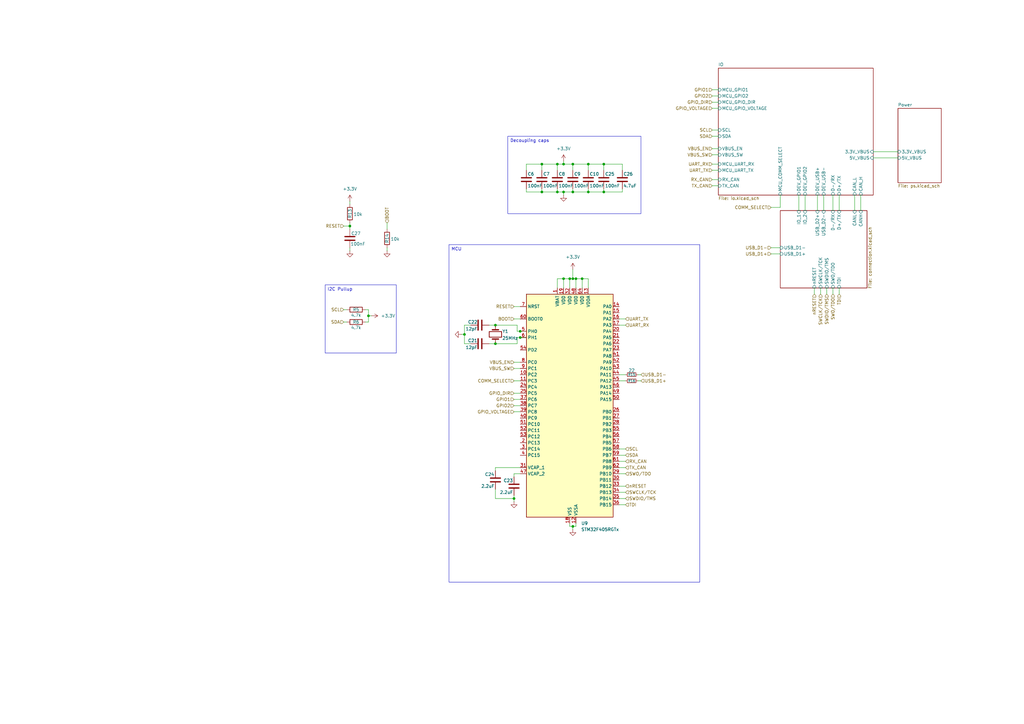
<source format=kicad_sch>
(kicad_sch (version 20250114) (generator "eeschema") (generator_version "9.0")
  (paper "A3")
  (title_block (title "NYX"))
  (lib_symbols
    (symbol "Device:C" (pin_numbers (hide yes)) (pin_names (offset 0.254))
      (property "Reference" "C" (at 0.635 2.54 0))
      (property "Value" "C" (at 0.635 -2.54 0))
      (symbol "C_0_1"
        (polyline (pts (xy -2.032 0.762) (xy 2.032 0.762)) (stroke (width 0.508)))
        (polyline (pts (xy -2.032 -0.762) (xy 2.032 -0.762)) (stroke (width 0.508)))
      )
      (symbol "C_1_1"
        (pin passive line (at 0 3.81 270) (length 2.794) (name "~") (number "1"))
        (pin passive line (at 0 -3.81 90) (length 2.794) (name "~") (number "2"))
      )
    )
    (symbol "Device:Crystal" (pin_numbers (hide yes)) (pin_names (offset 1.016) (hide yes))
      (property "Reference" "Y" (at 0 3.81 0))
      (property "Value" "Crystal" (at 0 -3.81 0))
      (symbol "Crystal_0_1"
        (polyline (pts (xy -2.54 0) (xy -1.905 0)))
        (polyline (pts (xy -1.905 -1.27) (xy -1.905 1.27)) (stroke (width 0.508)))
        (rectangle (start -1.143 2.54) (end 1.143 -2.54) (stroke (width 0.3048)))
        (polyline (pts (xy 1.905 -1.27) (xy 1.905 1.27)) (stroke (width 0.508)))
        (polyline (pts (xy 2.54 0) (xy 1.905 0)))
      )
      (symbol "Crystal_1_1"
        (pin passive line (at -3.81 0 0) (length 1.27) (name "1") (number "1"))
        (pin passive line (at 3.81 0 180) (length 1.27) (name "2") (number "2"))
      )
    )
    (symbol "Device:R" (pin_numbers (hide yes)) (pin_names (offset 0))
      (property "Reference" "R" (at 2.032 0 90))
      (property "Value" "R" (at 0 0 90))
      (symbol "R_0_1"
        (rectangle (start -1.016 -2.54) (end 1.016 2.54) (stroke (width 0.254)))
      )
      (symbol "R_1_1"
        (pin passive line (at 0 3.81 270) (length 1.27) (name "~") (number "1"))
        (pin passive line (at 0 -3.81 90) (length 1.27) (name "~") (number "2"))
      )
    )
    (symbol "Device:R_Small" (pin_numbers (hide yes)) (pin_names (offset 0.254) (hide yes))
      (property "Reference" "R" (at 0 0 90))
      (property "Value" "R_Small" (at 1.778 0 90))
      (symbol "R_Small_0_1"
        (rectangle (start -0.762 1.778) (end 0.762 -1.778) (stroke (width 0.2032)))
      )
      (symbol "R_Small_1_1"
        (pin passive line (at 0 2.54 270) (length 0.762) (name "~") (number "1"))
        (pin passive line (at 0 -2.54 90) (length 0.762) (name "~") (number "2"))
      )
    )
    (symbol "MCU_ST_STM32F4:STM32F405RGTx"
      (property "Reference" "U" (at -17.78 46.99 0))
      (property "Value" "STM32F405RGTx" (at 10.16 46.99 0))
      (symbol "STM32F405RGTx_0_1"
        (rectangle (start -17.78 -45.72) (end 17.78 45.72) (stroke (width 0.254)) (fill (type background)))
      )
      (symbol "STM32F405RGTx_1_1"
        (pin input line (at -20.32 40.64 0) (length 2.54) (name "NRST") (number "7"))
        (pin input line (at -20.32 35.56 0) (length 2.54) (name "BOOT0") (number "60"))
        (pin bidirectional line (at -20.32 30.48 0) (length 2.54) (name "PH0") (number "5"))
        (pin bidirectional line (at -20.32 27.94 0) (length 2.54) (name "PH1") (number "6"))
        (pin bidirectional line (at -20.32 22.86 0) (length 2.54) (name "PD2") (number "54"))
        (pin bidirectional line (at -20.32 17.78 0) (length 2.54) (name "PC0") (number "8"))
        (pin bidirectional line (at -20.32 15.24 0) (length 2.54) (name "PC1") (number "9"))
        (pin bidirectional line (at -20.32 12.7 0) (length 2.54) (name "PC2") (number "10"))
        (pin bidirectional line (at -20.32 10.16 0) (length 2.54) (name "PC3") (number "11"))
        (pin bidirectional line (at -20.32 7.62 0) (length 2.54) (name "PC4") (number "24"))
        (pin bidirectional line (at -20.32 5.08 0) (length 2.54) (name "PC5") (number "25"))
        (pin bidirectional line (at -20.32 2.54 0) (length 2.54) (name "PC6") (number "37"))
        (pin bidirectional line (at -20.32 0 0) (length 2.54) (name "PC7") (number "38"))
        (pin bidirectional line (at -20.32 -2.54 0) (length 2.54) (name "PC8") (number "39"))
        (pin bidirectional line (at -20.32 -5.08 0) (length 2.54) (name "PC9") (number "40"))
        (pin bidirectional line (at -20.32 -7.62 0) (length 2.54) (name "PC10") (number "51"))
        (pin bidirectional line (at -20.32 -10.16 0) (length 2.54) (name "PC11") (number "52"))
        (pin bidirectional line (at -20.32 -12.7 0) (length 2.54) (name "PC12") (number "53"))
        (pin bidirectional line (at -20.32 -15.24 0) (length 2.54) (name "PC13") (number "2"))
        (pin bidirectional line (at -20.32 -17.78 0) (length 2.54) (name "PC14") (number "3"))
        (pin bidirectional line (at -20.32 -20.32 0) (length 2.54) (name "PC15") (number "4"))
        (pin power_out line (at -20.32 -25.4 0) (length 2.54) (name "VCAP_1") (number "31"))
        (pin power_out line (at -20.32 -27.94 0) (length 2.54) (name "VCAP_2") (number "47"))
        (pin power_in line (at -5.08 48.26 270) (length 2.54) (name "VBAT") (number "1"))
        (pin power_in line (at -2.54 48.26 270) (length 2.54) (name "VDD") (number "19"))
        (pin power_in line (at 0 48.26 270) (length 2.54) (name "VDD") (number "32"))
        (pin power_in line (at 0 -48.26 90) (length 2.54) (name "VSS") (number "18"))
        (pin passive line (at 0 -48.26 90) (length 2.54) (hide yes) (name "VSS") (number "63"))
        (pin power_in line (at 2.54 48.26 270) (length 2.54) (name "VDD") (number "48"))
        (pin power_in line (at 2.54 -48.26 90) (length 2.54) (name "VSSA") (number "12"))
        (pin power_in line (at 5.08 48.26 270) (length 2.54) (name "VDD") (number "64"))
        (pin power_in line (at 7.62 48.26 270) (length 2.54) (name "VDDA") (number "13"))
        (pin bidirectional line (at 20.32 40.64 180) (length 2.54) (name "PA0") (number "14"))
        (pin bidirectional line (at 20.32 38.1 180) (length 2.54) (name "PA1") (number "15"))
        (pin bidirectional line (at 20.32 35.56 180) (length 2.54) (name "PA2") (number "16"))
        (pin bidirectional line (at 20.32 33.02 180) (length 2.54) (name "PA3") (number "17"))
        (pin bidirectional line (at 20.32 30.48 180) (length 2.54) (name "PA4") (number "20"))
        (pin bidirectional line (at 20.32 27.94 180) (length 2.54) (name "PA5") (number "21"))
        (pin bidirectional line (at 20.32 25.4 180) (length 2.54) (name "PA6") (number "22"))
        (pin bidirectional line (at 20.32 22.86 180) (length 2.54) (name "PA7") (number "23"))
        (pin bidirectional line (at 20.32 20.32 180) (length 2.54) (name "PA8") (number "41"))
        (pin bidirectional line (at 20.32 17.78 180) (length 2.54) (name "PA9") (number "42"))
        (pin bidirectional line (at 20.32 15.24 180) (length 2.54) (name "PA10") (number "43"))
        (pin bidirectional line (at 20.32 12.7 180) (length 2.54) (name "PA11") (number "44"))
        (pin bidirectional line (at 20.32 10.16 180) (length 2.54) (name "PA12") (number "45"))
        (pin bidirectional line (at 20.32 7.62 180) (length 2.54) (name "PA13") (number "46"))
        (pin bidirectional line (at 20.32 5.08 180) (length 2.54) (name "PA14") (number "49"))
        (pin bidirectional line (at 20.32 2.54 180) (length 2.54) (name "PA15") (number "50"))
        (pin bidirectional line (at 20.32 -2.54 180) (length 2.54) (name "PB0") (number "26"))
        (pin bidirectional line (at 20.32 -5.08 180) (length 2.54) (name "PB1") (number "27"))
        (pin bidirectional line (at 20.32 -7.62 180) (length 2.54) (name "PB2") (number "28"))
        (pin bidirectional line (at 20.32 -10.16 180) (length 2.54) (name "PB3") (number "55"))
        (pin bidirectional line (at 20.32 -12.7 180) (length 2.54) (name "PB4") (number "56"))
        (pin bidirectional line (at 20.32 -15.24 180) (length 2.54) (name "PB5") (number "57"))
        (pin bidirectional line (at 20.32 -17.78 180) (length 2.54) (name "PB6") (number "58"))
        (pin bidirectional line (at 20.32 -20.32 180) (length 2.54) (name "PB7") (number "59"))
        (pin bidirectional line (at 20.32 -22.86 180) (length 2.54) (name "PB8") (number "61"))
        (pin bidirectional line (at 20.32 -25.4 180) (length 2.54) (name "PB9") (number "62"))
        (pin bidirectional line (at 20.32 -27.94 180) (length 2.54) (name "PB10") (number "29"))
        (pin bidirectional line (at 20.32 -30.48 180) (length 2.54) (name "PB11") (number "30"))
        (pin bidirectional line (at 20.32 -33.02 180) (length 2.54) (name "PB12") (number "33"))
        (pin bidirectional line (at 20.32 -35.56 180) (length 2.54) (name "PB13") (number "34"))
        (pin bidirectional line (at 20.32 -38.1 180) (length 2.54) (name "PB14") (number "35"))
        (pin bidirectional line (at 20.32 -40.64 180) (length 2.54) (name "PB15") (number "36"))
      )
    )
    (symbol "power:+3.3V" (power) (pin_numbers (hide yes)) (pin_names (offset 0) (hide yes))
      (property "Value" "+3.3V" (at 0 3.556 0))
      (symbol "+3.3V_0_1"
        (polyline (pts (xy -0.762 1.27) (xy 0 2.54)))
        (polyline (pts (xy 0 2.54) (xy 0.762 1.27)))
        (polyline (pts (xy 0 0) (xy 0 2.54)))
      )
      (symbol "+3.3V_1_1"
        (pin power_in line (at 0 0 90) (length 0) (name "~") (number "1"))
      )
    )
    (symbol "power:GND" (power) (pin_numbers (hide yes)) (pin_names (offset 0) (hide yes))
      (property "Value" "GND" (at 0 -3.81 0))
      (symbol "GND_0_1"
        (polyline (pts (xy 0 0) (xy 0 -1.27) (xy 1.27 -1.27) (xy 0 -2.54) (xy -1.27 -1.27) (xy 0 -1.27)))
      )
      (symbol "GND_1_1"
        (pin power_in line (at 0 0 270) (length 0) (name "~") (number "1"))
      )
    )
  )
  (text_box "I2C Pullup" (at 133.35 116.84 0) (size 29.21 27.94) (margins 0.9525 0.9525 0.9525 0.9525) (fill (type color)) (effects (font (size 1.27 1.27)) (justify left top)))
  (text_box "MCU\n" (at 184.15 100.33 0) (size 102.87 138.43) (margins 0.9525 0.9525 0.9525 0.9525) (effects (font (size 1.27 1.27)) (justify left top)))
  (text_box "Decoupling caps\n" (at 208.28 55.88 0) (size 54.61 31.75) (margins 0.9525 0.9525 0.9525 0.9525) (effects (font (size 1.27 1.27)) (justify left top)))
  (junction (at 228.6 78.74))
  (junction (at 222.25 67.31))
  (junction (at 236.22 114.3))
  (junction (at 234.95 78.74))
  (junction (at 238.76 114.3))
  (junction (at 234.95 67.31))
  (junction (at 203.2 140.97))
  (junction (at 234.95 114.3))
  (junction (at 210.82 204.47))
  (junction (at 213.36 135.89))
  (junction (at 213.36 138.43))
  (junction (at 233.68 114.3))
  (junction (at 228.6 67.31))
  (junction (at 231.14 114.3))
  (junction (at 231.14 67.31))
  (junction (at 222.25 78.74))
  (junction (at 241.3 67.31))
  (junction (at 203.2 133.35))
  (junction (at 190.5 137.16))
  (junction (at 247.65 78.74))
  (junction (at 247.65 67.31))
  (junction (at 234.95 215.9))
  (junction (at 143.51 92.71))
  (junction (at 151.13 129.54))
  (junction (at 231.14 78.74))
  (junction (at 241.3 78.74))
  (wire (pts (xy 316.23 101.6) (xy 320.04 101.6)))
  (wire (pts (xy 149.86 132.08) (xy 151.13 132.08)))
  (wire (pts (xy 143.51 101.6) (xy 143.51 102.87)))
  (wire (pts (xy 233.68 114.3) (xy 233.68 118.11)))
  (wire (pts (xy 210.82 151.13) (xy 213.36 151.13)))
  (wire (pts (xy 228.6 114.3) (xy 228.6 118.11)))
  (wire (pts (xy 151.13 132.08) (xy 151.13 129.54)))
  (wire (pts (xy 241.3 67.31) (xy 234.95 67.31)))
  (wire (pts (xy 143.51 92.71) (xy 143.51 93.98)))
  (wire (pts (xy 222.25 78.74) (xy 228.6 78.74)))
  (wire (pts (xy 238.76 118.11) (xy 238.76 114.3)))
  (wire (pts (xy 255.27 77.47) (xy 255.27 78.74)))
  (wire (pts (xy 261.62 153.67) (xy 262.89 153.67)))
  (wire (pts (xy 247.65 67.31) (xy 241.3 67.31)))
  (wire (pts (xy 255.27 67.31) (xy 247.65 67.31)))
  (wire (pts (xy 247.65 69.85) (xy 247.65 67.31)))
  (wire (pts (xy 210.82 130.81) (xy 213.36 130.81)))
  (wire (pts (xy 215.9 78.74) (xy 215.9 77.47)))
  (wire (pts (xy 210.82 166.37) (xy 213.36 166.37)))
  (wire (pts (xy 292.1 73.66) (xy 294.64 73.66)))
  (wire (pts (xy 222.25 77.47) (xy 222.25 78.74)))
  (wire (pts (xy 327.66 80.01) (xy 327.66 86.36)))
  (wire (pts (xy 247.65 78.74) (xy 241.3 78.74)))
  (wire (pts (xy 231.14 78.74) (xy 228.6 78.74)))
  (wire (pts (xy 190.5 140.97) (xy 190.5 137.16)))
  (wire (pts (xy 189.23 137.16) (xy 190.5 137.16)))
  (wire (pts (xy 234.95 77.47) (xy 234.95 78.74)))
  (wire (pts (xy 212.09 135.89) (xy 212.09 133.35)))
  (wire (pts (xy 234.95 215.9) (xy 233.68 215.9)))
  (wire (pts (xy 292.1 53.34) (xy 294.64 53.34)))
  (wire (pts (xy 234.95 114.3) (xy 233.68 114.3)))
  (wire (pts (xy 292.1 67.31) (xy 294.64 67.31)))
  (wire (pts (xy 193.04 140.97) (xy 190.5 140.97)))
  (wire (pts (xy 158.75 101.6) (xy 158.75 102.87)))
  (wire (pts (xy 353.06 80.01) (xy 353.06 86.36)))
  (wire (pts (xy 341.63 80.01) (xy 341.63 86.36)))
  (wire (pts (xy 215.9 138.43) (xy 213.36 138.43)))
  (wire (pts (xy 241.3 114.3) (xy 238.76 114.3)))
  (wire (pts (xy 234.95 217.17) (xy 234.95 215.9)))
  (wire (pts (xy 210.82 205.74) (xy 210.82 204.47)))
  (wire (pts (xy 212.09 133.35) (xy 203.2 133.35)))
  (wire (pts (xy 231.14 114.3) (xy 231.14 118.11)))
  (wire (pts (xy 292.1 44.45) (xy 294.64 44.45)))
  (wire (pts (xy 231.14 67.31) (xy 228.6 67.31)))
  (wire (pts (xy 213.36 138.43) (xy 212.09 138.43)))
  (wire (pts (xy 140.97 92.71) (xy 143.51 92.71)))
  (wire (pts (xy 316.23 104.14) (xy 320.04 104.14)))
  (wire (pts (xy 241.3 69.85) (xy 241.3 67.31)))
  (wire (pts (xy 254 130.81) (xy 256.54 130.81)))
  (wire (pts (xy 234.95 67.31) (xy 231.14 67.31)))
  (wire (pts (xy 339.09 118.11) (xy 339.09 120.65)))
  (wire (pts (xy 233.68 114.3) (xy 231.14 114.3)))
  (wire (pts (xy 292.1 60.96) (xy 294.64 60.96)))
  (wire (pts (xy 143.51 82.55) (xy 143.51 83.82)))
  (wire (pts (xy 255.27 78.74) (xy 247.65 78.74)))
  (wire (pts (xy 337.82 80.01) (xy 337.82 86.36)))
  (wire (pts (xy 140.97 127) (xy 142.24 127)))
  (wire (pts (xy 241.3 118.11) (xy 241.3 114.3)))
  (wire (pts (xy 292.1 41.91) (xy 294.64 41.91)))
  (wire (pts (xy 254 153.67) (xy 256.54 153.67)))
  (wire (pts (xy 210.82 148.59) (xy 213.36 148.59)))
  (wire (pts (xy 320.04 85.09) (xy 320.04 80.01)))
  (wire (pts (xy 254 133.35) (xy 256.54 133.35)))
  (wire (pts (xy 200.66 140.97) (xy 203.2 140.97)))
  (wire (pts (xy 233.68 215.9) (xy 233.68 214.63)))
  (wire (pts (xy 254 184.15) (xy 256.54 184.15)))
  (wire (pts (xy 341.63 118.11) (xy 341.63 120.65)))
  (wire (pts (xy 292.1 36.83) (xy 294.64 36.83)))
  (wire (pts (xy 334.01 118.11) (xy 334.01 120.65)))
  (wire (pts (xy 254 207.01) (xy 256.54 207.01)))
  (wire (pts (xy 344.17 80.01) (xy 344.17 86.36)))
  (wire (pts (xy 261.62 156.21) (xy 262.89 156.21)))
  (wire (pts (xy 152.4 129.54) (xy 151.13 129.54)))
  (wire (pts (xy 236.22 214.63) (xy 236.22 215.9)))
  (wire (pts (xy 234.95 110.49) (xy 234.95 114.3)))
  (wire (pts (xy 254 204.47) (xy 256.54 204.47)))
  (wire (pts (xy 203.2 193.04) (xy 203.2 191.77)))
  (wire (pts (xy 210.82 203.2) (xy 210.82 204.47)))
  (wire (pts (xy 222.25 67.31) (xy 222.25 69.85)))
  (wire (pts (xy 231.14 80.01) (xy 231.14 78.74)))
  (wire (pts (xy 358.14 62.23) (xy 368.3 62.23)))
  (wire (pts (xy 236.22 118.11) (xy 236.22 114.3)))
  (wire (pts (xy 203.2 191.77) (xy 213.36 191.77)))
  (wire (pts (xy 336.55 118.11) (xy 336.55 120.65)))
  (wire (pts (xy 247.65 77.47) (xy 247.65 78.74)))
  (wire (pts (xy 292.1 55.88) (xy 294.64 55.88)))
  (wire (pts (xy 241.3 78.74) (xy 234.95 78.74)))
  (wire (pts (xy 236.22 114.3) (xy 234.95 114.3)))
  (wire (pts (xy 203.2 204.47) (xy 210.82 204.47)))
  (wire (pts (xy 254 201.93) (xy 256.54 201.93)))
  (wire (pts (xy 228.6 67.31) (xy 222.25 67.31)))
  (wire (pts (xy 212.09 140.97) (xy 203.2 140.97)))
  (wire (pts (xy 140.97 132.08) (xy 142.24 132.08)))
  (wire (pts (xy 335.28 80.01) (xy 335.28 86.36)))
  (wire (pts (xy 222.25 78.74) (xy 215.9 78.74)))
  (wire (pts (xy 213.36 135.89) (xy 212.09 135.89)))
  (wire (pts (xy 190.5 137.16) (xy 190.5 133.35)))
  (wire (pts (xy 158.75 93.98) (xy 158.75 91.44)))
  (wire (pts (xy 292.1 69.85) (xy 294.64 69.85)))
  (wire (pts (xy 210.82 156.21) (xy 213.36 156.21)))
  (wire (pts (xy 200.66 133.35) (xy 203.2 133.35)))
  (wire (pts (xy 292.1 39.37) (xy 294.64 39.37)))
  (wire (pts (xy 231.14 66.04) (xy 231.14 67.31)))
  (wire (pts (xy 254 186.69) (xy 256.54 186.69)))
  (wire (pts (xy 350.52 80.01) (xy 350.52 86.36)))
  (wire (pts (xy 210.82 163.83) (xy 213.36 163.83)))
  (wire (pts (xy 190.5 133.35) (xy 193.04 133.35)))
  (wire (pts (xy 149.86 127) (xy 151.13 127)))
  (wire (pts (xy 330.2 80.01) (xy 330.2 86.36)))
  (wire (pts (xy 210.82 168.91) (xy 213.36 168.91)))
  (wire (pts (xy 241.3 77.47) (xy 241.3 78.74)))
  (wire (pts (xy 143.51 92.71) (xy 143.51 91.44)))
  (wire (pts (xy 255.27 69.85) (xy 255.27 67.31)))
  (wire (pts (xy 215.9 67.31) (xy 215.9 69.85)))
  (wire (pts (xy 254 156.21) (xy 256.54 156.21)))
  (wire (pts (xy 203.2 200.66) (xy 203.2 204.47)))
  (wire (pts (xy 210.82 161.29) (xy 213.36 161.29)))
  (wire (pts (xy 292.1 76.2) (xy 294.64 76.2)))
  (wire (pts (xy 254 194.31) (xy 256.54 194.31)))
  (wire (pts (xy 358.14 64.77) (xy 368.3 64.77)))
  (wire (pts (xy 210.82 125.73) (xy 213.36 125.73)))
  (wire (pts (xy 254 199.39) (xy 256.54 199.39)))
  (wire (pts (xy 228.6 67.31) (xy 228.6 69.85)))
  (wire (pts (xy 231.14 114.3) (xy 228.6 114.3)))
  (wire (pts (xy 228.6 77.47) (xy 228.6 78.74)))
  (wire (pts (xy 238.76 114.3) (xy 236.22 114.3)))
  (wire (pts (xy 215.9 135.89) (xy 213.36 135.89)))
  (wire (pts (xy 236.22 215.9) (xy 234.95 215.9)))
  (wire (pts (xy 234.95 78.74) (xy 231.14 78.74)))
  (wire (pts (xy 222.25 67.31) (xy 215.9 67.31)))
  (wire (pts (xy 234.95 69.85) (xy 234.95 67.31)))
  (wire (pts (xy 292.1 63.5) (xy 294.64 63.5)))
  (wire (pts (xy 212.09 138.43) (xy 212.09 140.97)))
  (wire (pts (xy 151.13 127) (xy 151.13 129.54)))
  (wire (pts (xy 254 191.77) (xy 256.54 191.77)))
  (wire (pts (xy 344.17 118.11) (xy 344.17 120.65)))
  (wire (pts (xy 316.23 85.09) (xy 320.04 85.09)))
  (wire (pts (xy 254 189.23) (xy 256.54 189.23)))
  (wire (pts (xy 210.82 195.58) (xy 210.82 194.31)))
  (wire (pts (xy 210.82 194.31) (xy 213.36 194.31)))
  (hierarchical_label "GPIO_DIR" (shape input) (at 292.1 41.91 180))
  (hierarchical_label "SDA" (shape input) (at 140.97 132.08 180))
  (hierarchical_label "SCL" (shape input) (at 140.97 127 180))
  (hierarchical_label "SWDIO{slash}TMS" (shape input) (at 339.09 120.65 270))
  (hierarchical_label "TX_CAN" (shape input) (at 256.54 191.77 0))
  (hierarchical_label "SDA" (shape input) (at 256.54 186.69 0))
  (hierarchical_label "GPIO_DIR" (shape input) (at 210.82 161.29 180))
  (hierarchical_label "USB_D1+" (shape input) (at 262.89 156.21 0))
  (hierarchical_label "VBUS_SW" (shape input) (at 210.82 151.13 180))
  (hierarchical_label "GPIO2" (shape input) (at 210.82 166.37 180))
  (hierarchical_label "VBUS_SW" (shape input) (at 292.1 63.5 180))
  (hierarchical_label "UART_TX" (shape input) (at 292.1 69.85 180))
  (hierarchical_label "GPIO1" (shape input) (at 210.82 163.83 180))
  (hierarchical_label "COMM_SELECT" (shape input) (at 210.82 156.21 180))
  (hierarchical_label "RX_CAN" (shape input) (at 292.1 73.66 180))
  (hierarchical_label "RESET" (shape input) (at 210.82 125.73 180))
  (hierarchical_label "SDA" (shape input) (at 292.1 55.88 180))
  (hierarchical_label "RESET" (shape input) (at 140.97 92.71 180))
  (hierarchical_label "UART_RX" (shape input) (at 292.1 67.31 180))
  (hierarchical_label "UART_TX" (shape input) (at 256.54 130.81 0))
  (hierarchical_label "UART_RX" (shape input) (at 256.54 133.35 0))
  (hierarchical_label "nRESET" (shape input) (at 256.54 199.39 0))
  (hierarchical_label "SWDIO{slash}TMS" (shape input) (at 256.54 204.47 0))
  (hierarchical_label "GPIO_VOLTAGE" (shape input) (at 210.82 168.91 180))
  (hierarchical_label "TX_CAN" (shape input) (at 292.1 76.2 180))
  (hierarchical_label "USB_D1+" (shape input) (at 316.23 104.14 180))
  (hierarchical_label "BOOT" (shape input) (at 210.82 130.81 180))
  (hierarchical_label "SWO{slash}TDO" (shape input) (at 341.63 120.65 270))
  (hierarchical_label "RX_CAN" (shape input) (at 256.54 189.23 0))
  (hierarchical_label "USB_D1-" (shape input) (at 316.23 101.6 180))
  (hierarchical_label "USB_D1-" (shape input) (at 262.89 153.67 0))
  (hierarchical_label "GPIO2" (shape input) (at 292.1 39.37 180))
  (hierarchical_label "SWO{slash}TDO" (shape input) (at 256.54 194.31 0))
  (hierarchical_label "SCL" (shape input) (at 256.54 184.15 0))
  (hierarchical_label "TDI" (shape input) (at 256.54 207.01 0))
  (hierarchical_label "SWCLK{slash}TCK" (shape input) (at 336.55 120.65 270))
  (hierarchical_label "VBUS_EN" (shape input) (at 292.1 60.96 180))
  (hierarchical_label "VBUS_EN" (shape input) (at 210.82 148.59 180))
  (hierarchical_label "nRESET" (shape input) (at 334.01 120.65 270))
  (hierarchical_label "GPIO_VOLTAGE" (shape input) (at 292.1 44.45 180))
  (hierarchical_label "SWCLK{slash}TCK" (shape input) (at 256.54 201.93 0))
  (hierarchical_label "GPIO1" (shape input) (at 292.1 36.83 180))
  (hierarchical_label "COMM_SELECT" (shape input) (at 316.23 85.09 180))
  (hierarchical_label "BOOT" (shape input) (at 158.75 91.44 90))
  (hierarchical_label "SCL" (shape input) (at 292.1 53.34 180))
  (hierarchical_label "TDI" (shape input) (at 344.17 120.65 270))
  (symbol (lib_id "Device:R") (at 146.05 127 270) (unit 1)
    (property "Reference" "R5" (at 146.05 127 90))
    (property "Value" "4.7k" (at 146.05 129.286 90))
    (property "Description" "Resistor" (effects (hide yes)))
  )
  (symbol (lib_id "Device:C") (at 143.51 97.79 0) (unit 1)
    (property "Reference" "C27" (at 144.018 95.758 0) (effects (justify left)))
    (property "Value" "100nF" (at 143.764 100.076 0) (effects (justify left)))
    (property "Description" "Unpolarized capacitor" (effects (hide yes)))
  )
  (symbol (lib_id "Device:C") (at 247.65 73.66 0) (unit 1)
    (property "Reference" "C25" (at 248.158 71.374 0) (effects (justify left)))
    (property "Value" "100nF" (at 248.158 76.2 0) (effects (justify left)))
    (property "Description" "Unpolarized capacitor" (effects (hide yes)))
  )
  (symbol (lib_id "Device:R") (at 143.51 87.63 0) (unit 1)
    (property "Reference" "R13" (at 143.51 87.63 90))
    (property "Value" "10k" (at 146.812 87.884 0))
    (property "Description" "Resistor" (effects (hide yes)))
  )
  (symbol (lib_id "Device:C") (at 228.6 73.66 0) (unit 1)
    (property "Reference" "C8" (at 229.108 71.374 0) (effects (justify left)))
    (property "Value" "100nF" (at 229.108 76.2 0) (effects (justify left)))
    (property "Description" "Unpolarized capacitor" (effects (hide yes)))
  )
  (symbol (lib_id "MCU_ST_STM32F4:STM32F405RGTx") (at 233.68 166.37 0) (unit 1)
    (property "Reference" "U9" (at 238.3633 214.63 0) (effects (justify left)))
    (property "Value" "STM32F405RGTx" (at 238.3633 217.17 0) (effects (justify left)))
    (property "Footprint" "Package_QFP:LQFP-64_10x10mm_P0.5mm" (effects (hide yes)))
    (property "Datasheet" "https://www.st.com/resource/en/datasheet/stm32f405rg.pdf" (effects (hide yes)))
    (property "Description" "STMicroelectronics Arm Cortex-M4 MCU, 1024KB flash, 192KB RAM, 168 MHz, 1.8-3.6V, 51 GPIO, LQFP64" (effects (hide yes)))
  )
  (symbol (lib_id "power:GND") (at 231.14 80.01 0) (unit 1)
    (property "Reference" "#PWR039" (effects (hide yes)))
    (property "Value" "GND" (effects (hide yes)))
    (property "Description" "Power symbol creates a global label with name \"GND\" , ground" (effects (hide yes)))
  )
  (symbol (lib_id "Device:C") (at 203.2 196.85 0) (unit 1)
    (property "Reference" "C24" (at 198.882 194.564 0) (effects (justify left)))
    (property "Value" "2.2uF" (at 197.358 199.39 0) (effects (justify left)))
    (property "Description" "Unpolarized capacitor" (effects (hide yes)))
  )
  (symbol (lib_id "power:GND") (at 158.75 102.87 0) (unit 1)
    (property "Reference" "#PWR044" (effects (hide yes)))
    (property "Value" "GND" (effects (hide yes)))
    (property "Description" "Power symbol creates a global label with name \"GND\" , ground" (effects (hide yes)))
  )
  (symbol (lib_id "Device:C") (at 234.95 73.66 0) (unit 1)
    (property "Reference" "C9" (at 235.458 71.374 0) (effects (justify left)))
    (property "Value" "100nF" (at 235.458 76.2 0) (effects (justify left)))
    (property "Description" "Unpolarized capacitor" (effects (hide yes)))
  )
  (symbol (lib_id "Device:C") (at 255.27 73.66 0) (mirror y) (unit 1)
    (property "Reference" "C26" (at 259.588 71.374 0) (effects (justify left)))
    (property "Value" "4.7uF" (at 261.112 76.2 0) (effects (justify left)))
    (property "Description" "Unpolarized capacitor" (effects (hide yes)))
  )
  (symbol (lib_id "Device:R") (at 158.75 97.79 0) (unit 1)
    (property "Reference" "R14" (at 158.75 97.79 90))
    (property "Value" "10k" (at 162.052 98.044 0))
    (property "Description" "Resistor" (effects (hide yes)))
  )
  (symbol (lib_id "Device:C") (at 222.25 73.66 0) (unit 1)
    (property "Reference" "C7" (at 222.758 71.374 0) (effects (justify left)))
    (property "Value" "100nF" (at 222.758 76.2 0) (effects (justify left)))
    (property "Description" "Unpolarized capacitor" (effects (hide yes)))
  )
  (symbol (lib_id "power:GND") (at 210.82 205.74 0) (unit 1)
    (property "Reference" "#PWR041" (effects (hide yes)))
    (property "Value" "GND" (effects (hide yes)))
    (property "Description" "Power symbol creates a global label with name \"GND\" , ground" (effects (hide yes)))
  )
  (symbol (lib_id "power:+3.3V") (at 143.51 82.55 0) (unit 1)
    (property "Reference" "#PWR043" (effects (hide yes)))
    (property "Value" "+3.3V" (at 143.51 77.47 0))
    (property "Description" "Power symbol creates a global label with name \"+3.3V\"" (effects (hide yes)))
  )
  (symbol (lib_id "Device:C") (at 196.85 133.35 90) (unit 1)
    (property "Reference" "C22" (at 195.834 132.08 90) (effects (justify left)))
    (property "Value" "12pF" (at 195.834 134.874 90) (effects (justify left)))
    (property "Description" "Unpolarized capacitor" (effects (hide yes)))
  )
  (symbol (lib_id "power:GND") (at 189.23 137.16 270) (unit 1)
    (property "Reference" "#PWR040" (effects (hide yes)))
    (property "Value" "GND" (effects (hide yes)))
    (property "Description" "Power symbol creates a global label with name \"GND\" , ground" (effects (hide yes)))
  )
  (symbol (lib_id "power:+3.3V") (at 231.14 66.04 0) (unit 1)
    (property "Reference" "#PWR038" (effects (hide yes)))
    (property "Value" "+3.3V" (at 231.14 60.96 0))
    (property "Description" "Power symbol creates a global label with name \"+3.3V\"" (effects (hide yes)))
  )
  (symbol (lib_id "Device:R_Small") (at 259.08 153.67 90) (unit 1)
    (property "Reference" "R15" (at 259.08 153.67 90) (effects (font (size 1.016 1.016))))
    (property "Value" "22" (at 259.08 151.892 90))
    (property "Description" "Resistor, small symbol" (effects (hide yes)))
  )
  (symbol (lib_id "Device:Crystal") (at 203.2 137.16 90) (unit 1)
    (property "Reference" "Y1" (at 205.994 135.89 90) (effects (justify right)))
    (property "Value" "25MHz" (at 205.994 138.684 90) (effects (justify right)))
    (property "Description" "Two pin crystal" (effects (hide yes)))
  )
  (symbol (lib_id "Device:R_Small") (at 259.08 156.21 90) (unit 1)
    (property "Reference" "R16" (at 259.08 156.21 90) (effects (font (size 1.016 1.016))))
    (property "Value" "22" (effects (hide yes)))
    (property "Description" "Resistor, small symbol" (effects (hide yes)))
  )
  (symbol (lib_id "power:GND") (at 143.51 102.87 0) (unit 1)
    (property "Reference" "#PWR042" (effects (hide yes)))
    (property "Value" "GND" (effects (hide yes)))
    (property "Description" "Power symbol creates a global label with name \"GND\" , ground" (effects (hide yes)))
  )
  (symbol (lib_id "Device:C") (at 241.3 73.66 0) (unit 1)
    (property "Reference" "C10" (at 241.808 71.374 0) (effects (justify left)))
    (property "Value" "100nF" (at 241.808 76.2 0) (effects (justify left)))
    (property "Description" "Unpolarized capacitor" (effects (hide yes)))
  )
  (symbol (lib_id "Device:C") (at 196.85 140.97 90) (unit 1)
    (property "Reference" "C21" (at 195.834 139.7 90) (effects (justify left)))
    (property "Value" "12pF" (at 195.834 142.494 90) (effects (justify left)))
    (property "Description" "Unpolarized capacitor" (effects (hide yes)))
  )
  (symbol (lib_id "power:GND") (at 234.95 217.17 0) (unit 1)
    (property "Reference" "#PWR018" (effects (hide yes)))
    (property "Value" "GND" (effects (hide yes)))
    (property "Description" "Power symbol creates a global label with name \"GND\" , ground" (effects (hide yes)))
  )
  (symbol (lib_id "Device:C") (at 210.82 199.39 0) (unit 1)
    (property "Reference" "C23" (at 206.502 197.104 0) (effects (justify left)))
    (property "Value" "2.2uF" (at 204.978 201.93 0) (effects (justify left)))
    (property "Description" "Unpolarized capacitor" (effects (hide yes)))
  )
  (symbol (lib_id "power:+3.3V") (at 152.4 129.54 270) (unit 1)
    (property "Reference" "#PWR017" (effects (hide yes)))
    (property "Value" "+3.3V" (at 156.21 129.5399 90) (effects (justify left)))
    (property "Description" "Power symbol creates a global label with name \"+3.3V\"" (effects (hide yes)))
  )
  (symbol (lib_id "Device:C") (at 215.9 73.66 0) (unit 1)
    (property "Reference" "C6" (at 216.408 71.374 0) (effects (justify left)))
    (property "Value" "100nF" (at 216.408 76.2 0) (effects (justify left)))
    (property "Description" "Unpolarized capacitor" (effects (hide yes)))
  )
  (symbol (lib_id "power:+3.3V") (at 234.95 110.49 0) (unit 1)
    (property "Reference" "#PWR037" (effects (hide yes)))
    (property "Value" "+3.3V" (at 234.95 105.41 0))
    (property "Description" "Power symbol creates a global label with name \"+3.3V\"" (effects (hide yes)))
  )
  (symbol (lib_id "Device:R") (at 146.05 132.08 270) (unit 1)
    (property "Reference" "R6" (at 146.05 132.08 90))
    (property "Value" "4.7k" (at 146.05 134.366 90))
    (property "Description" "Resistor" (effects (hide yes)))
  )
  (sheet (at 294.64 27.94) (size 63.5 52.07) (stroke (width 0.1524))
    (property "Sheetname" "IO" (at 294.64 27.2284 0) (effects (justify left bottom)))
    (property "Sheetfile" "io.kicad_sch" (at 294.64 80.5946 0) (effects (justify left top)))
    (pin "3.3V_VBUS" input (at 358.14 62.23 0))
    (pin "5V_VBUS" input (at 358.14 64.77 0))
    (pin "CAN_H" input (at 353.06 80.01 270))
    (pin "CAN_L" input (at 350.52 80.01 270))
    (pin "D+{slash}TX" input (at 344.17 80.01 270))
    (pin "D-{slash}RX" input (at 341.63 80.01 270))
    (pin "DEV_GPIO1" input (at 327.66 80.01 270))
    (pin "DEV_GPIO2" input (at 330.2 80.01 270))
    (pin "DEV_USB+" input (at 335.28 80.01 270))
    (pin "DEV_USB-" input (at 337.82 80.01 270))
    (pin "MCU_COMM_SELECT" input (at 320.04 80.01 270))
    (pin "MCU_GPIO1" input (at 294.64 36.83 180))
    (pin "MCU_GPIO2" input (at 294.64 39.37 180))
    (pin "MCU_GPIO_DIR" input (at 294.64 41.91 180))
    (pin "MCU_GPIO_VOLTAGE" input (at 294.64 44.45 180))
    (pin "MCU_UART_RX" input (at 294.64 67.31 180))
    (pin "MCU_UART_TX" input (at 294.64 69.85 180))
    (pin "RX_CAN" input (at 294.64 73.66 180))
    (pin "SCL" input (at 294.64 53.34 180))
    (pin "SDA" input (at 294.64 55.88 180))
    (pin "TX_CAN" input (at 294.64 76.2 180))
    (pin "VBUS_EN" input (at 294.64 60.96 180))
    (pin "VBUS_SW" input (at 294.64 63.5 180))
  )
  (sheet (at 320.04 86.36) (size 35.56 31.75) (stroke (width 0.1524))
    (property "Sheetname" "Connection" (effects (hide yes)))
    (property "Sheetfile" "connection.kicad_sch" (at 356.108 118.364 90) (effects (justify left top)))
    (pin "CANH" input (at 353.06 86.36 90))
    (pin "CANL" input (at 350.52 86.36 90))
    (pin "D+{slash}TX" input (at 344.17 86.36 90))
    (pin "D-{slash}RX" input (at 341.63 86.36 90))
    (pin "IO_1" input (at 327.66 86.36 90))
    (pin "IO_2" input (at 330.2 86.36 90))
    (pin "nRESET" input (at 334.01 118.11 270))
    (pin "SWCLK{slash}TCK" input (at 336.55 118.11 270))
    (pin "SWDIO{slash}TMS" input (at 339.09 118.11 270))
    (pin "SWO{slash}TDO" input (at 341.63 118.11 270))
    (pin "TDI" input (at 344.17 118.11 270))
    (pin "USB_D1+" input (at 320.04 104.14 180))
    (pin "USB_D1-" input (at 320.04 101.6 180))
    (pin "USB_D2+" input (at 335.28 86.36 90))
    (pin "USB_D2-" input (at 337.82 86.36 90))
  )
  (sheet (at 368.3 44.45) (size 17.78 30.48) (stroke (width 0.1524))
    (property "Sheetname" "Power" (at 368.3 43.7384 0) (effects (justify left bottom)))
    (property "Sheetfile" "ps.kicad_sch" (at 368.3 75.5146 0) (effects (justify left top)))
    (pin "3.3V_VBUS" input (at 368.3 62.23 180))
    (pin "5V_VBUS" input (at 368.3 64.77 180))
  )
)
</source>
